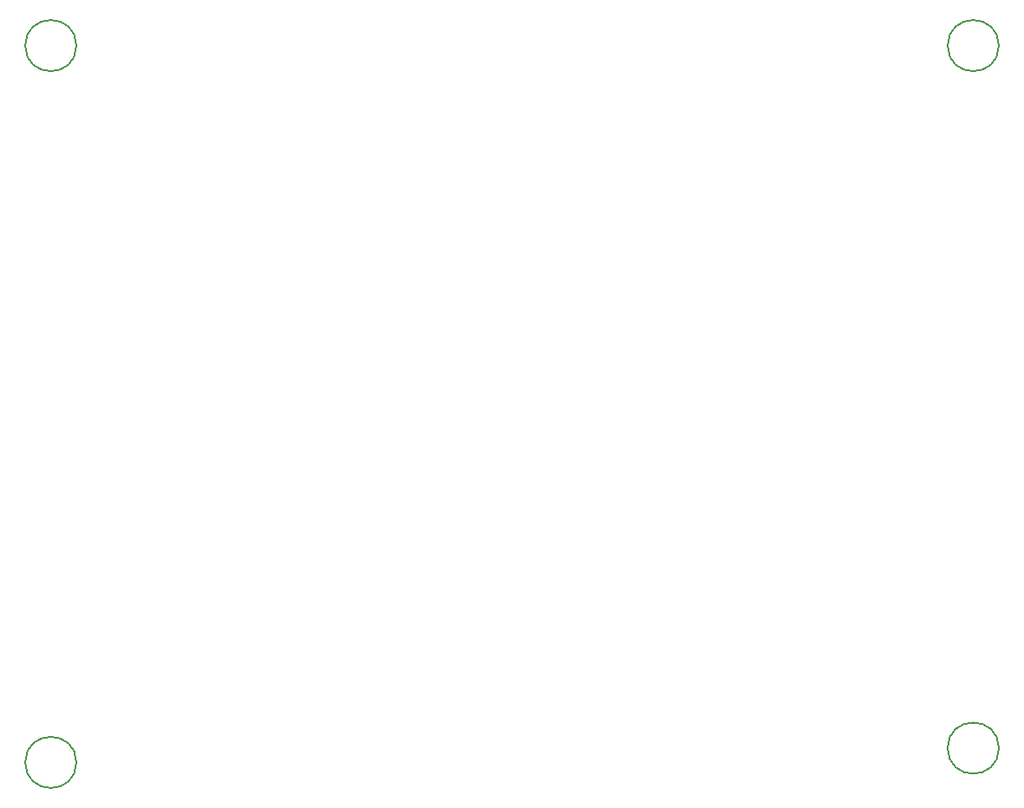
<source format=gbr>
%TF.GenerationSoftware,KiCad,Pcbnew,7.0.6*%
%TF.CreationDate,2023-11-14T23:27:57+05:30*%
%TF.ProjectId,Prometheus v2.0,50726f6d-6574-4686-9575-732076322e30,2.3*%
%TF.SameCoordinates,Original*%
%TF.FileFunction,Other,Comment*%
%FSLAX46Y46*%
G04 Gerber Fmt 4.6, Leading zero omitted, Abs format (unit mm)*
G04 Created by KiCad (PCBNEW 7.0.6) date 2023-11-14 23:27:57*
%MOMM*%
%LPD*%
G01*
G04 APERTURE LIST*
%ADD10C,0.150000*%
G04 APERTURE END LIST*
D10*
%TO.C,H4*%
X94546000Y-131030000D02*
G75*
G03*
X94546000Y-131030000I-2500000J0D01*
G01*
%TO.C,H3*%
X184546000Y-129633000D02*
G75*
G03*
X184546000Y-129633000I-2500000J0D01*
G01*
%TO.C,H2*%
X184546000Y-61030000D02*
G75*
G03*
X184546000Y-61030000I-2500000J0D01*
G01*
%TO.C,H1*%
X94546000Y-61030000D02*
G75*
G03*
X94546000Y-61030000I-2500000J0D01*
G01*
%TD*%
M02*

</source>
